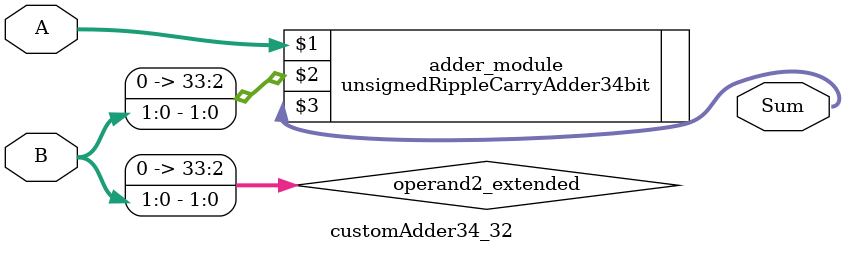
<source format=v>
module customAdder34_32(
                        input [33 : 0] A,
                        input [1 : 0] B,
                        
                        output [34 : 0] Sum
                );

        wire [33 : 0] operand2_extended;
        
        assign operand2_extended =  {32'b0, B};
        
        unsignedRippleCarryAdder34bit adder_module(
            A,
            operand2_extended,
            Sum
        );
        
        endmodule
        
</source>
